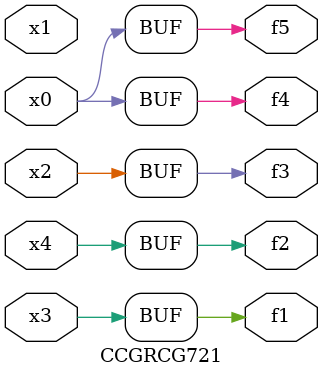
<source format=v>
module CCGRCG721(
	input x0, x1, x2, x3, x4,
	output f1, f2, f3, f4, f5
);
	assign f1 = x3;
	assign f2 = x4;
	assign f3 = x2;
	assign f4 = x0;
	assign f5 = x0;
endmodule

</source>
